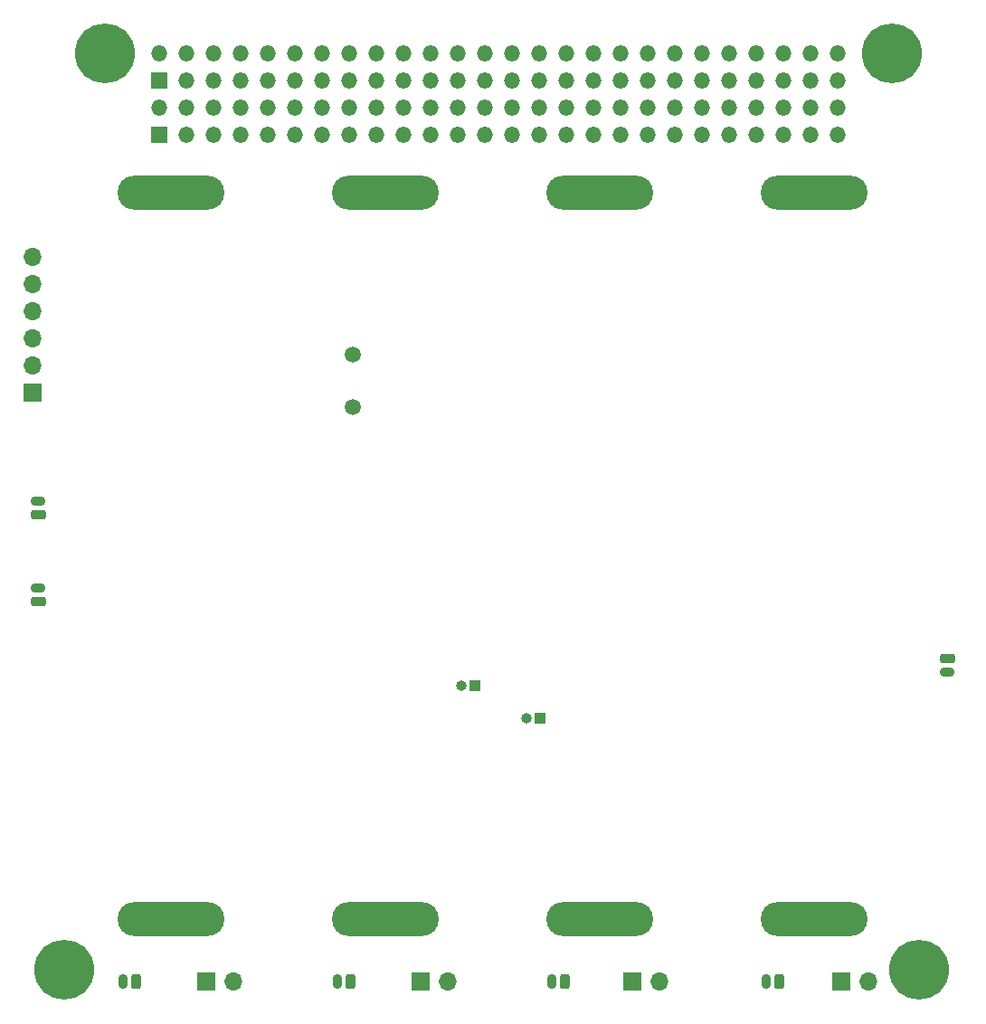
<source format=gbr>
%TF.GenerationSoftware,KiCad,Pcbnew,(5.1.9)-1*%
%TF.CreationDate,2022-01-29T15:00:03-05:00*%
%TF.ProjectId,BatteryMaster,42617474-6572-4794-9d61-737465722e6b,rev?*%
%TF.SameCoordinates,Original*%
%TF.FileFunction,Soldermask,Top*%
%TF.FilePolarity,Negative*%
%FSLAX46Y46*%
G04 Gerber Fmt 4.6, Leading zero omitted, Abs format (unit mm)*
G04 Created by KiCad (PCBNEW (5.1.9)-1) date 2022-01-29 15:00:03*
%MOMM*%
%LPD*%
G01*
G04 APERTURE LIST*
%ADD10O,10.000000X3.200000*%
%ADD11O,0.900000X1.400000*%
%ADD12O,1.700000X1.700000*%
%ADD13R,1.700000X1.700000*%
%ADD14O,1.500000X1.500000*%
%ADD15R,1.500000X1.500000*%
%ADD16O,1.400000X0.900000*%
%ADD17O,1.000000X1.000000*%
%ADD18R,1.000000X1.000000*%
%ADD19C,1.500000*%
%ADD20C,5.600000*%
%ADD21C,3.600000*%
G04 APERTURE END LIST*
D10*
%TO.C,BT1*%
X121920000Y-70902000D03*
X121920000Y-138902000D03*
%TD*%
D11*
%TO.C,TH4*%
X117368000Y-144780000D03*
G36*
G01*
X119068000Y-144305000D02*
X119068000Y-145255000D01*
G75*
G02*
X118843000Y-145480000I-225000J0D01*
G01*
X118393000Y-145480000D01*
G75*
G02*
X118168000Y-145255000I0J225000D01*
G01*
X118168000Y-144305000D01*
G75*
G02*
X118393000Y-144080000I225000J0D01*
G01*
X118843000Y-144080000D01*
G75*
G02*
X119068000Y-144305000I0J-225000D01*
G01*
G37*
%TD*%
%TO.C,TH3*%
X177566000Y-144780000D03*
G36*
G01*
X179266000Y-144305000D02*
X179266000Y-145255000D01*
G75*
G02*
X179041000Y-145480000I-225000J0D01*
G01*
X178591000Y-145480000D01*
G75*
G02*
X178366000Y-145255000I0J225000D01*
G01*
X178366000Y-144305000D01*
G75*
G02*
X178591000Y-144080000I225000J0D01*
G01*
X179041000Y-144080000D01*
G75*
G02*
X179266000Y-144305000I0J-225000D01*
G01*
G37*
%TD*%
%TO.C,TH2*%
X157500000Y-144780000D03*
G36*
G01*
X159200000Y-144305000D02*
X159200000Y-145255000D01*
G75*
G02*
X158975000Y-145480000I-225000J0D01*
G01*
X158525000Y-145480000D01*
G75*
G02*
X158300000Y-145255000I0J225000D01*
G01*
X158300000Y-144305000D01*
G75*
G02*
X158525000Y-144080000I225000J0D01*
G01*
X158975000Y-144080000D01*
G75*
G02*
X159200000Y-144305000I0J-225000D01*
G01*
G37*
%TD*%
%TO.C,TH1*%
X137434000Y-144780000D03*
G36*
G01*
X139134000Y-144305000D02*
X139134000Y-145255000D01*
G75*
G02*
X138909000Y-145480000I-225000J0D01*
G01*
X138459000Y-145480000D01*
G75*
G02*
X138234000Y-145255000I0J225000D01*
G01*
X138234000Y-144305000D01*
G75*
G02*
X138459000Y-144080000I225000J0D01*
G01*
X138909000Y-144080000D01*
G75*
G02*
X139134000Y-144305000I0J-225000D01*
G01*
G37*
%TD*%
D12*
%TO.C,J1*%
X108966000Y-76962000D03*
X108966000Y-79502000D03*
X108966000Y-82042000D03*
X108966000Y-84582000D03*
X108966000Y-87122000D03*
D13*
X108966000Y-89662000D03*
%TD*%
D14*
%TO.C,H2*%
X184306000Y-57939000D03*
X184306000Y-60479000D03*
X181766000Y-57939000D03*
X181766000Y-60479000D03*
X179226000Y-57939000D03*
X179226000Y-60479000D03*
X176686000Y-57939000D03*
X176686000Y-60479000D03*
X174146000Y-57939000D03*
X174146000Y-60479000D03*
X171606000Y-57939000D03*
X171606000Y-60479000D03*
X169066000Y-57939000D03*
X169066000Y-60479000D03*
X166526000Y-57939000D03*
X166526000Y-60479000D03*
X163986000Y-57939000D03*
X163986000Y-60479000D03*
X161446000Y-57939000D03*
X161446000Y-60479000D03*
X158906000Y-57939000D03*
X158906000Y-60479000D03*
X156366000Y-57939000D03*
X156366000Y-60479000D03*
X153826000Y-57939000D03*
X153826000Y-60479000D03*
X151286000Y-57939000D03*
X151286000Y-60479000D03*
X148746000Y-57939000D03*
X148746000Y-60479000D03*
X146206000Y-57939000D03*
X146206000Y-60479000D03*
X143666000Y-57939000D03*
X143666000Y-60479000D03*
X141126000Y-57939000D03*
X141126000Y-60479000D03*
X138586000Y-57939000D03*
X138586000Y-60479000D03*
X136046000Y-57939000D03*
X136046000Y-60479000D03*
X133506000Y-57939000D03*
X133506000Y-60479000D03*
X130966000Y-57939000D03*
X130966000Y-60479000D03*
X128426000Y-57939000D03*
X128426000Y-60479000D03*
X125886000Y-57939000D03*
X125886000Y-60479000D03*
X123346000Y-57939000D03*
X123346000Y-60479000D03*
X120806000Y-57939000D03*
D15*
X120806000Y-60479000D03*
%TD*%
D14*
%TO.C,H1*%
X184306000Y-63019000D03*
X184306000Y-65559000D03*
X181766000Y-63019000D03*
X181766000Y-65559000D03*
X179226000Y-63019000D03*
X179226000Y-65559000D03*
X176686000Y-63019000D03*
X176686000Y-65559000D03*
X174146000Y-63019000D03*
X174146000Y-65559000D03*
X171606000Y-63019000D03*
X171606000Y-65559000D03*
X169066000Y-63019000D03*
X169066000Y-65559000D03*
X166526000Y-63019000D03*
X166526000Y-65559000D03*
X163986000Y-63019000D03*
X163986000Y-65559000D03*
X161446000Y-63019000D03*
X161446000Y-65559000D03*
X158906000Y-63019000D03*
X158906000Y-65559000D03*
X156366000Y-63019000D03*
X156366000Y-65559000D03*
X153826000Y-63019000D03*
X153826000Y-65559000D03*
X151286000Y-63019000D03*
X151286000Y-65559000D03*
X148746000Y-63019000D03*
X148746000Y-65559000D03*
X146206000Y-63019000D03*
X146206000Y-65559000D03*
X143666000Y-63019000D03*
X143666000Y-65559000D03*
X141126000Y-63019000D03*
X141126000Y-65559000D03*
X138586000Y-63019000D03*
X138586000Y-65559000D03*
X136046000Y-63019000D03*
X136046000Y-65559000D03*
X133506000Y-63019000D03*
X133506000Y-65559000D03*
X130966000Y-63019000D03*
X130966000Y-65559000D03*
X128426000Y-63019000D03*
X128426000Y-65559000D03*
X125886000Y-63019000D03*
X125886000Y-65559000D03*
X123346000Y-63019000D03*
X123346000Y-65559000D03*
X120806000Y-63019000D03*
D15*
X120806000Y-65559000D03*
%TD*%
D16*
%TO.C,SW1*%
X194564000Y-115804000D03*
G36*
G01*
X194089000Y-114104000D02*
X195039000Y-114104000D01*
G75*
G02*
X195264000Y-114329000I0J-225000D01*
G01*
X195264000Y-114779000D01*
G75*
G02*
X195039000Y-115004000I-225000J0D01*
G01*
X194089000Y-115004000D01*
G75*
G02*
X193864000Y-114779000I0J225000D01*
G01*
X193864000Y-114329000D01*
G75*
G02*
X194089000Y-114104000I225000J0D01*
G01*
G37*
%TD*%
D17*
%TO.C,JP3*%
X155194000Y-120142000D03*
D18*
X156464000Y-120142000D03*
%TD*%
D17*
%TO.C,JP2*%
X149098000Y-117094000D03*
D18*
X150368000Y-117094000D03*
%TD*%
D10*
%TO.C,BT4*%
X182118000Y-138902000D03*
X182118000Y-70902000D03*
%TD*%
%TO.C,BT2*%
X162052000Y-138902000D03*
X162052000Y-70902000D03*
%TD*%
%TO.C,BT3*%
X141986000Y-70902000D03*
X141986000Y-138902000D03*
%TD*%
D19*
%TO.C,Y1*%
X138938000Y-90986000D03*
X138938000Y-86106000D03*
%TD*%
D16*
%TO.C,SW3*%
X109474000Y-107970000D03*
G36*
G01*
X109949000Y-109670000D02*
X108999000Y-109670000D01*
G75*
G02*
X108774000Y-109445000I0J225000D01*
G01*
X108774000Y-108995000D01*
G75*
G02*
X108999000Y-108770000I225000J0D01*
G01*
X109949000Y-108770000D01*
G75*
G02*
X110174000Y-108995000I0J-225000D01*
G01*
X110174000Y-109445000D01*
G75*
G02*
X109949000Y-109670000I-225000J0D01*
G01*
G37*
%TD*%
%TO.C,SW2*%
X109474000Y-99842000D03*
G36*
G01*
X109949000Y-101542000D02*
X108999000Y-101542000D01*
G75*
G02*
X108774000Y-101317000I0J225000D01*
G01*
X108774000Y-100867000D01*
G75*
G02*
X108999000Y-100642000I225000J0D01*
G01*
X109949000Y-100642000D01*
G75*
G02*
X110174000Y-100867000I0J-225000D01*
G01*
X110174000Y-101317000D01*
G75*
G02*
X109949000Y-101542000I-225000J0D01*
G01*
G37*
%TD*%
D12*
%TO.C,R56*%
X127762000Y-144780000D03*
D13*
X125222000Y-144780000D03*
%TD*%
D12*
%TO.C,R49*%
X187198000Y-144780000D03*
D13*
X184658000Y-144780000D03*
%TD*%
D12*
%TO.C,R42*%
X167640000Y-144780000D03*
D13*
X165100000Y-144780000D03*
%TD*%
D12*
%TO.C,R35*%
X147828000Y-144780000D03*
D13*
X145288000Y-144780000D03*
%TD*%
D20*
%TO.C,MH4*%
X191926000Y-143664000D03*
D21*
X191926000Y-143664000D03*
%TD*%
D20*
%TO.C,MH3*%
X111916000Y-143664000D03*
D21*
X111916000Y-143664000D03*
%TD*%
D20*
%TO.C,MH2*%
X189386000Y-57939000D03*
D21*
X189386000Y-57939000D03*
%TD*%
D20*
%TO.C,MH1*%
X115726000Y-57939000D03*
D21*
X115726000Y-57939000D03*
%TD*%
M02*

</source>
